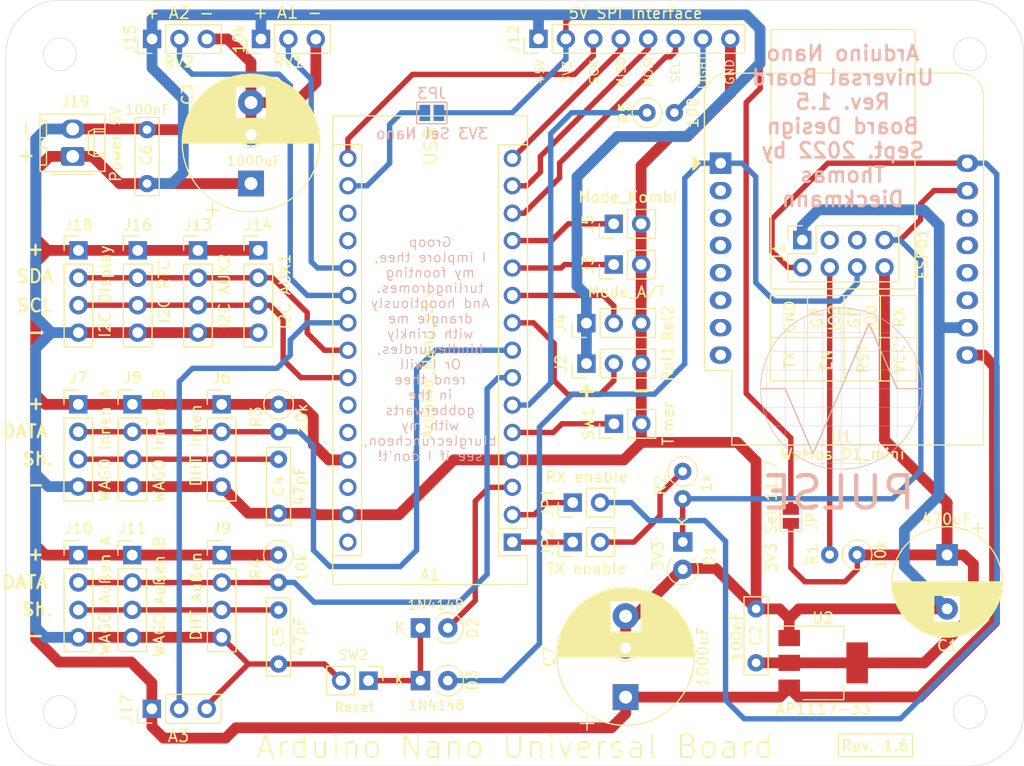
<source format=kicad_pcb>
(kicad_pcb (version 20211014) (generator pcbnew)
  (title_block (title "Taupunkt Lüfter II") (date "2022-09-04") (rev "1.6") (company "PULSE"))
  (layers (0 "F.Cu" signal) (31 "B.Cu" signal) (34 "B.Paste" user) (35 "F.Paste" user) (36 "B.SilkS" user "B.Silkscreen") (37 "F.SilkS" user "F.Silkscreen") (38 "B.Mask" user) (39 "F.Mask" user) (44 "Edge.Cuts" user))
  (net 0 "")
  (net 1 "Net-(A1-Pad1)")
  (net 2 "Net-(A1-Pad2)")
  (net 3 "Net-(A1-Pad5)")
  (net 4 "Net-(A1-Pad3)")
  (net 5 "Net-(A1-Pad7)")
  (net 6 "Net-(A1-Pad8)")
  (net 7 "Net-(A1-Pad9)")
  (net 8 "Net-(A1-Pad10)")
  (net 9 "Net-(A1-Pad11)")
  (net 10 "Net-(A1-Pad29)")
  (net 11 "Net-(A1-Pad6)")
  (net 12 "Net-(A1-Pad12)")
  (net 13 "Net-(A1-Pad13)")
  (net 16 "Net-(A1-Pad20)")
  (net 17 "Net-(A1-Pad21)")
  (net 18 "Net-(A1-Pad22)")
  (net 19 "Net-(A1-Pad23)")
  (net 20 "Net-(A1-Pad24)")
  (net 23 "Net-(A1-Pad27)")
  (net 25 "Net-(C4-Pad2)")
  (net 28 "Net-(JP2-Pad2)")
  (net 40 "Net-(J1-Pad2)")
  (net 41 "Net-(J1-Pad4)")
  (net 42 "Net-(A1-Pad14)")
  (net 43 "Net-(A1-Pad15)")
  (net 45 "Net-(A1-Pad16)")
  (net 46 "Net-(J1-Pad7)")
  (net 47 "Net-(A1-Pad17)")
  (net 48 "Net-(C1-Pad1)")
  (net 49 "Net-(C5-Pad2)")
  (net 50 "Net-(J12-Pad7)")
  (net 51 "Net-(J12-Pad2)")
  (net 52 "Net-(D2-Pad1)")
  (net 53 "Net-(D3-Pad2)")
  (footprint "Module:Arduino_Nano" (layer "F.Cu") (at 66.294 63.754 180)
    (fp_text reference "A1")
    (fp_text value "Arduino_Nano_v3.x")
  )
  (footprint "Connector_Molex:Molex_KK-254_AE-6410-02A_1x02_P2.54mm_Vertical" (layer "F.Cu") (at 25.55 28.01 90)
    (fp_text reference "J19")
    (fp_text value "Power 5V")
  )
  (footprint "Capacitor_THT:C_Rect_L7.0mm_W2.0mm_P5.00mm" (layer "F.Cu") (at 44.62 61.08 90)
    (fp_text reference "C4")
    (fp_text value "47pF")
  )
  (footprint "Capacitor_THT:CP_Radial_D12.5mm_P7.50mm" (layer "F.Cu") (at 76.79 78.12 90)
    (fp_text reference "C7")
    (fp_text value "1000uF")
  )
  (footprint "Connector_PinHeader_2.54mm:PinHeader_1x02_P2.54mm_Vertical" (layer "F.Cu") (at 71.885 63.75 90)
    (fp_text reference "JP2")
    (fp_text value "TX enable")
  )
  (footprint "Connector_PinHeader_2.54mm:PinHeader_1x02_P2.54mm_Vertical" (layer "F.Cu") (at 75.71 52.79 90)
    (fp_text reference "SW1")
    (fp_text value "Timer")
  )
  (footprint "Connector_PinSocket_2.54mm:PinSocket_2x04_P2.54mm_Vertical" (layer "F.Cu") (at 93.16 35.76 90)
    (fp_text reference "J1")
    (fp_text value "ESP01")
  )
  (footprint "Connector_PinHeader_2.54mm:PinHeader_1x03_P2.54mm_Vertical" (layer "F.Cu") (at 73.155 43.46 90)
    (fp_text reference "J4")
    (fp_text value "Rel2")
  )
  (footprint "Resistor_THT:R_Axial_DIN0207_L6.3mm_D2.5mm_P2.54mm_Vertical" (layer "F.Cu") (at 82.08 57.2 -90)
    (fp_text reference "R2")
    (fp_text value "1k")
  )
  (footprint "Resistor_THT:R_Axial_DIN0207_L6.3mm_D2.5mm_P2.54mm_Vertical" (layer "F.Cu") (at 44.61 64.95 -90)
    (fp_text reference "R4")
    (fp_text value "10k")
  )
  (footprint "Resistor_THT:R_Axial_DIN0207_L6.3mm_D2.5mm_P2.54mm_Vertical" (layer "F.Cu") (at 78.77 23.96)
    (fp_text reference "R5")
    (fp_text value "100")
  )
  (footprint "Diode_THT:D_A-405_P2.54mm_Vertical_KathodeUp" (layer "F.Cu") (at 57.775 76.59)
    (fp_text reference "D3")
    (fp_text value "1N4148")
  )
  (footprint "Capacitor_THT:C_Rect_L7.0mm_W2.0mm_P5.00mm" (layer "F.Cu") (at 32.44 30.53 90)
    (fp_text reference "C6")
    (fp_text value "100nF")
  )
  (footprint "Capacitor_THT:C_Rect_L7.0mm_W2.0mm_P5.00mm" (layer "F.Cu") (at 44.63 75.05 90)
    (fp_text reference "C5")
    (fp_text value "47pF")
  )
  (footprint "Connector_PinHeader_2.54mm:PinHeader_1x04_P2.54mm_Vertical" (layer "F.Cu") (at 26.08 64.96)
    (fp_text reference "J10")
    (fp_text value "WAGO Außen A")
  )
  (footprint "Connector_PinHeader_2.54mm:PinHeader_1x04_P2.54mm_Vertical" (layer "F.Cu") (at 39.36 64.96)
    (fp_text reference "J9")
    (fp_text value "DHT Außen")
  )
  (footprint "Capacitor_THT:CP_Radial_D10.0mm_P5.00mm" (layer "F.Cu") (at 106.58 64.94 -90)
    (fp_text reference "C1")
    (fp_text value "470uF")
  )
  (footprint "Connector_PinHeader_2.54mm:PinHeader_1x04_P2.54mm_Vertical" (layer "F.Cu") (at 37.162 36.72)
    (fp_text reference "J13")
    (fp_text value "I2C AUX2")
  )
  (footprint "Jumper:SolderJumper-2_P1.3mm_Open_Pad1.0x1.5mm" (layer "F.Cu") (at 92.1 61.37 90)
    (fp_text reference "JP4")
    (fp_text value "3V3 Sel 1117")
  )
  (footprint "Connector_PinHeader_2.54mm:PinHeader_1x02_P2.54mm_Vertical" (layer "F.Cu") (at 71.885 60.09 90)
    (fp_text reference "JP1")
    (fp_text value "RX enable")
  )
  (footprint "Connector_PinHeader_2.54mm:PinHeader_1x02_P2.54mm_Vertical" (layer "F.Cu") (at 52.96 76.59 -90)
    (fp_text reference "SW2")
    (fp_text value "Reset")
  )
  (footprint "TestPoint:TestPoint_THTPad_D2.0mm_Drill1.0mm" (layer "F.Cu") (at 42.08 25.98)
    (fp_text reference "REF**" hide)
    (fp_text value "TestPoint_THTPad_D2.0mm_Drill1.0mm" hide)
  )
  (footprint "Package_TO_SOT_SMD:SOT-223-3_TabPin2" (layer "F.Cu") (at 95.098 74.944)
    (fp_text reference "U2")
    (fp_text value "AP1117-33")
  )
  (footprint "Connector_PinHeader_2.54mm:PinHeader_1x08_P2.54mm_Vertical" (layer "F.Cu") (at 68.715 17.12 90)
    (fp_text reference "J12")
    (fp_text value "5V SPI Interface")
  )
  (footprint "Connector_PinHeader_2.54mm:PinHeader_1x04_P2.54mm_Vertical" (layer "F.Cu") (at 39.35 50.99)
    (fp_text reference "J6")
    (fp_text value "DHT Innen")
  )
  (footprint "Connector_PinHeader_2.54mm:PinHeader_1x04_P2.54mm_Vertical" (layer "F.Cu") (at 42.75 36.72)
    (fp_text reference "J14")
    (fp_text value "I2C AUX1")
  )
  (footprint "Connector_PinHeader_2.54mm:PinHeader_1x04_P2.54mm_Vertical" (layer "F.Cu") (at 31.09 50.99)
    (fp_text reference "J8")
    (fp_text value "WAGO Innen B")
  )
  (footprint "Diode_THT:D_A-405_P2.54mm_Vertical_KathodeUp" (layer "F.Cu") (at 57.775 71.71)
    (fp_text reference "D2")
    (fp_text value "1N4148")
  )
  (footprint "TestPoint:TestPoint_THTPad_D2.0mm_Drill1.0mm" (layer "F.Cu") (at 76.78 73.56)
    (fp_text reference "REF**" hide)
    (fp_text value "TestPoint_THTPad_D2.0mm_Drill1.0mm" hide)
  )
  (footprint "" (layer "F.Cu") (at 42.09 25.98)
    (fp_text reference "")
    (fp_text value "")
  )
  (footprint "Diode_THT:D_A-405_P2.54mm_Vertical_KathodeUp" (layer "F.Cu") (at 82.09 63.74 -90)
    (fp_text reference "D1")
    (fp_text value "3V3")
  )
  (footprint "Capacitor_THT:CP_Radial_D12.5mm_P7.50mm" (layer "F.Cu") (at 42.07 30.523959 90)
    (fp_text reference "C3")
    (fp_text value "1000uF")
  )
  (footprint "Connector_PinHeader_2.54mm:PinHeader_1x04_P2.54mm_Vertical" (layer "F.Cu") (at 26.084 36.72)
    (fp_text reference "J18")
    (fp_text value "I2C Display")
  )
  (footprint "Connector_PinHeader_2.54mm:PinHeader_1x02_P2.54mm_Vertical" (layer "F.Cu") (at 75.685 38.03 90)
    (fp_text reference "J3")
    (fp_text value "Mode_A/T")
  )
  (footprint "Connector_PinHeader_2.54mm:PinHeader_1x04_P2.54mm_Vertical" (layer "F.Cu") (at 26.07 50.99)
    (fp_text reference "J7")
    (fp_text value "WAGO Innen A")
  )
  (footprint "Module:WEMOS_D1_mini_light" (layer "F.Cu") (at 85.59 28.64)
    (fp_text reference "U1")
    (fp_text value "WeMos_D1_mini")
  )
  (footprint "Connector_PinHeader_2.54mm:PinHeader_1x03_P2.54mm_Vertical" (layer "F.Cu") (at 32.885 79.2 90)
    (fp_text reference "J17")
    (fp_text value "A3")
  )
  (footprint "Connector_PinHeader_2.54mm:PinHeader_1x02_P2.54mm_Vertical" (layer "F.Cu") (at 75.685 34.26 90)
    (fp_text reference "J5")
    (fp_text value "Mode_Kombi")
  )
  (footprint "Resistor_THT:R_Axial_DIN0207_L6.3mm_D2.5mm_P2.54mm_Vertical" (layer "F.Cu") (at 98.24 64.92 180)
    (fp_text reference "R1")
    (fp_text value "10k")
  )
  (footprint "Connector_PinHeader_2.54mm:PinHeader_1x03_P2.54mm_Vertical" (layer "F.Cu") (at 73.16 47.21 90)
    (fp_text reference "J2")
    (fp_text value "Rel1")
  )
  (footprint "Connector_PinHeader_2.54mm:PinHeader_1x04_P2.54mm_Vertical" (layer "F.Cu") (at 31.574 36.72)
    (fp_text reference "J16")
    (fp_text value "I2C RTC")
  )
  (footprint "Connector_PinHeader_2.54mm:PinHeader_1x03_P2.54mm_Vertical" (layer "F.Cu") (at 43 17.13 90)
    (fp_text reference "RV1")
    (fp_text value "10k")
  )
  (footprint "Connector_PinHeader_2.54mm:PinHeader_1x03_P2.54mm_Vertical" (layer "F.Cu") (at 32.905 17.13 90)
    (fp_text reference "J15")
    (fp_text value "+ A2 -")
  )
  (footprint "Capacitor_THT:C_Rect_L7.0mm_W2.0mm_P5.00mm" (layer "F.Cu") (at 88.88 69.94 -90)
    (fp_text reference "C2")
    (fp_text value "100nF")
  )
  (footprint "Connector_PinHeader_2.54mm:PinHeader_1x04_P2.54mm_Vertical" (layer "F.Cu") (at 31.07 64.956)
    (fp_text reference "J11")
    (fp_text value "WAGO Außen B")
  )
  (footprint "Resistor_THT:R_Axial_DIN0207_L6.3mm_D2.5mm_P2.54mm_Vertical" (layer "F.Cu") (at 44.63 50.985 -90)
    (fp_text reference "R3")
    (fp_text value "10k")
  )
  (footprint "Logos:PULSE_Logo_15x15mm" (layer "B.Cu") (at 96.774 49.53 180)
    (fp_text reference "G***" hide)
    (fp_text value "LOGO" hide)
  )
  (footprint "Jumper:SolderJumper-2_P1.3mm_Open_Pad1.0x1.5mm" (layer "B.Cu") (at 58.83 23.98 180)
    (fp_text reference "JP3")
    (fp_text value "3V3 Sel Nano")
  )
  (gr_rect (start 96.52 81.53) (end 103.37 83.65) (layer "F.SilkS") (width 0.12) (fill none))
  (gr_rect (start 90.22 40.91) (end 103.76 48.82) (layer "F.SilkS") (width 0.12) (fill none))
  (gr_line (start 90.23 44.8) (end 103.76 44.8) (layer "F.SilkS") (width 0.12))
  (gr_line (start 97.03 40.92) (end 97.04 48.81) (layer "F.SilkS") (width 0.12))
  (gr_rect (start 103.61 40.295) (end 90.26 16.245) (layer "F.SilkS") (width 0.12) (fill none))
  (gr_line (start 93.65 40.92) (end 93.65 48.82) (layer "F.SilkS") (width 0.12))
  (gr_line (start 100.4 40.92) (end 100.4 48.82) (layer "F.SilkS") (width 0.12))
  (gr_circle (center 108.683 18.542) (end 108.683 20.066) (layer "Edge.Cuts") (width 0.05) (fill none))
  (gr_arc (start 108.683 13.542) (mid 112.218534 15.006466) (end 113.683 18.542) (layer "Edge.Cuts") (width 0.05))
  (gr_circle (center 24.355 79.502) (end 24.355 81.026) (layer "Edge.Cuts") (width 0.05) (fill none))
  (gr_line (start 19.355 18.542) (end 19.355 79.502) (layer "Edge.Cuts") (width 0.05))
  (gr_arc (start 24.355 84.502) (mid 20.819466 83.037534) (end 19.355 79.502) (layer "Edge.Cuts") (width 0.05))
  (gr_circle (center 24.355 18.542) (end 24.355 20.066) (layer "Edge.Cuts") (width 0.05) (fill none))
  (gr_line (start 24.355 84.502) (end 108.683 84.502) (layer "Edge.Cuts") (width 0.05))
  (gr_line (start 24.355 13.542) (end 108.683 13.542) (layer "Edge.Cuts") (width 0.05))
  (gr_line (start 113.683 18.542) (end 113.683 79.502) (layer "Edge.Cuts") (width 0.05))
  (gr_arc (start 19.355 18.542) (mid 20.819466 15.006466) (end 24.355 13.542) (layer "Edge.Cuts") (width 0.05))
  (gr_arc (start 113.683 79.502) (mid 112.218534 83.037534) (end 108.683 84.502) (layer "Edge.Cuts") (width 0.05))
  (gr_circle (center 108.683 79.502) (end 108.683 81.026) (layer "Edge.Cuts") (width 0.05) (fill none))
  (gr_text "PULSE" (at 96.52 59.182) (layer "B.SilkS") (effects (font (size 3 3) (thickness 0.4)) (justify mirror)))
  (gr_text "Groop\nI implore thee,\nmy foonting\nturlingdromes.\nAnd hooptiously\ndrangle me\nwith crinkly\nbindlewurdles,\nOr I will\nrend thee\nin the\ngobberwarts\nwith my\nblurglecruncheon,\nsee if I don't!" (at 58.68 45.87) (layer "B.SilkS") (effects (font (size 0.88 0.92) (thickness 0.1)) (justify mirror)))
  (gr_text "Arduino Nano\nUniversal Board\nRev. 1.5\nBoard Design\nSept. 2022 by\nThomas\nDieckmann" (at 96.91 25.21) (layer "B.SilkS") (effects (font (size 1.4 1.4) (thickness 0.25)) (justify mirror)))
  (gr_text "RX" (at 102.14 42.91 90) (layer "F.SilkS") (effects (font (size 1 1))))
  (gr_text "+" (at 73.18 49.68) (layer "F.SilkS") (effects (font (size 1.5 1.5) (thickness 0.3))))
  (gr_text "- +" (at 21.34 26.72 270) (layer "F.SilkS") (effects (font (size 1.25 1.25) (thickness 0.22))))
  (gr_text "+" (at 22.19 36.66 270) (layer "F.SilkS") (effects (font (size 1.2 1.2) (thickness 0.22))))
  (gr_text "-" (at 22.12 72.55 180) (layer "F.SilkS") (effects (font (size 1.2 1.2) (thickness 0.22))))
  (gr_text "Sh." (at 22.27 70.01) (layer "F.SilkS") (effects (font (size 1.2 1.2) (thickness 0.22))))
  (gr_text "+5V\n\n3V3\n\nSCK\n\nMISO\n\nMOSI\n\nSEL\n\nLIGHT\n\nGND" (at 77.65 20.19 90) (layer "F.SilkS") (effects (font (size 0.78 0.78) (thickness 0.11))))
  (gr_text "Arduino Nano Universal Board" (at 66.52 82.71) (layer "F.SilkS") (effects (font (size 2.1 2.1))))
  (gr_text "SCL" (at 22.04 41.83) (layer "F.SilkS") (effects (font (size 1.2 1.2) (thickness 0.2))))
  (gr_text "SDA" (at 22.04 39.12) (layer "F.SilkS") (effects (font (size 1.2 1.2) (thickness 0.2))))
  (gr_text "TX" (at 92.01 46.87 90) (layer "F.SilkS") (effects (font (size 1 1))))
  (gr_text "-" (at 78.26 49.62) (layer "F.SilkS") (effects (font (size 1.5 1.5) (thickness 0.3))))
  (gr_text "EN" (at 95.43 46.88 90) (layer "F.SilkS") (effects (font (size 1 1))))
  (gr_text "DATA	\n" (at 23.68 67.47) (layer "F.SilkS") (effects (font (size 1.2 1.2) (thickness 0.22))))
  (gr_text "GND" (at 91.98 42.87 90) (layer "F.SilkS") (effects (font (size 1 1))))
  (gr_text "+" (at 22.23 50.96 270) (layer "F.SilkS") (effects (font (size 1.2 1.2) (thickness 0.22))))
  (gr_text "RV2\n\n" (at 35.4 20.06) (layer "F.SilkS") (effects (font (size 1 1))))
  (gr_text "Rev. 1.6" (at 99.9 82.62) (layer "F.SilkS") (effects (font (size 1 1))))
  (gr_text "RST" (at 98.78 46.78 90) (layer "F.SilkS") (effects (font (size 1 1))))
  (gr_text "GP\nIO2" (at 95.33 42.97 90) (layer "F.SilkS") (effects (font (size 1 1))))
  (gr_text "VCC" (at 102.14 46.71 90) (layer "F.SilkS") (effects (font (size 1 1))))
  (gr_text "-" (at 22.15 44.45 180) (layer "F.SilkS") (effects (font (size 1.2 1.2) (thickness 0.22))))
  (gr_text "-" (at 22.15 58.58 180) (layer "F.SilkS") (effects (font (size 1.2 1.2) (thickness 0.22))))
  (gr_text "DATA	\n" (at 23.71 53.5) (layer "F.SilkS") (effects (font (size 1.2 1.2) (thickness 0.22))))
  (gr_text "USB" (at 58.74 27.06 90) (layer "F.SilkS") (effects (font (size 1.2 1.2))))
  (gr_text "GP\nIO0" (at 98.75 42.96 90) (layer "F.SilkS") (effects (font (size 1 1))))
  (gr_text "+ A1 -" (at 45.47 14.68) (layer "F.SilkS") (effects (font (size 1.1 1.1))))
  (gr_text "+" (at 22.2 64.93 270) (layer "F.SilkS") (effects (font (size 1.2 1.2) (thickness 0.22))))
  (gr_text "Sh." (at 22.3 56.04) (layer "F.SilkS") (effects (font (size 1.2 1.2) (thickness 0.22))))
  (segment (start 66.294 63.754) (end 71.881 63.754) (width 0.5) (layer "F.Cu") (net 1))
  (segment (start 71.881 63.754) (end 71.885 63.75) (width 0.25) (layer "F.Cu") (net 1))
  (segment (start 69.46 60.09) (end 71.885 60.09) (width 0.5) (layer "F.Cu") (net 2))
  (segment (start 68.336 61.214) (end 69.46 60.09) (width 0.5) (layer "F.Cu") (net 2))
  (segment (start 66.294 61.214) (end 68.336 61.214) (width 0.5) (layer "F.Cu") (net 2))
  (segment (start 66.294 53.594) (end 70.086 53.594) (width 0.5) (layer "F.Cu") (net 3))
  (segment (start 70.89 52.79) (end 75.71 52.79) (width 0.5) (layer "F.Cu") (net 3))
  (segment (start 70.086 53.594) (end 70.89 52.79) (width 0.5) (layer "F.Cu") (net 3))
  (segment (start 62.855 69.17) (end 60.315 71.71) (width 0.5) (layer "F.Cu") (net 4))
  (segment (start 64.136 58.674) (end 62.855 59.955) (width 0.5) (layer "F.Cu") (net 4))
  (segment (start 66.294 58.674) (end 64.136 58.674) (width 0.5) (layer "F.Cu") (net 4))
  (segment (start 62.855 59.955) (end 62.855 69.17) (width 0.5) (layer "F.Cu") (net 4))
  (segment (start 31.066 67.5) (end 31.07 67.496) (width 0.25) (layer "F.Cu") (net 5))
  (segment (start 44.6 67.5) (end 44.61 67.49) (width 0.25) (layer "F.Cu") (net 5))
  (segment (start 26.08 67.5) (end 31.066 67.5) (width 0.5) (layer "F.Cu") (net 5))
  (segment (start 31.066 67.5) (end 39.36 67.5) (width 0.5) (layer "F.Cu") (net 5))
  (segment (start 39.36 67.5) (end 44.6 67.5) (width 0.5) (layer "F.Cu") (net 5))
  (segment (start 61.37 69.32) (end 47.92 69.32) (width 0.5) (layer "B.Cu") (net 5))
  (segment (start 63.95 49.56) (end 63.95 66.74) (width 0.5) (layer "B.Cu") (net 5))
  (segment (start 63.95 66.74) (end 61.37 69.32) (width 0.5) (layer "B.Cu") (net 5))
  (segment (start 64.996 48.514) (end 63.95 49.56) (width 0.5) (layer "B.Cu") (net 5))
  (segment (start 47.92 69.32) (end 46.09 67.49) (width 0.5) (layer "B.Cu") (net 5))
  (segment (start 66.294 48.514) (end 64.996 48.514) (width 0.5) (layer "B.Cu") (net 5))
  (segment (start 46.09 67.49) (end 44.61 67.49) (width 0.5) (layer "B.Cu") (net 5))
  (segment (start 31.09 53.53) (end 39.35 53.53) (width 0.5) (layer "F.Cu") (net 6))
  (segment (start 39.35 53.53) (end 44.625 53.53) (width 0.5) (layer "F.Cu") (net 6))
  (segment (start 26.07 53.53) (end 31.09 53.53) (width 0.5) (layer "F.Cu") (net 6))
  (segment (start 44.625 53.53) (end 44.63 53.525) (width 0.5) (layer "F.Cu") (net 6))
  (segment (start 46.545 53.525) (end 47.86 54.84) (width 0.5) (layer "B.Cu") (net 6))
  (segment (start 47.86 54.84) (end 47.86 64.5) (width 0.5) (layer "B.Cu") (net 6))
  (segment (start 49.38 66.02) (end 55.9 66.02) (width 0.5) (layer "B.Cu") (net 6))
  (segment (start 57.42 47.75) (end 59.196 45.974) (width 0.5) (layer "B.Cu") (net 6))
  (segment (start 44.63 53.525) (end 46.545 53.525) (width 0.5) (layer "B.Cu") (net 6))
  (segment (start 55.9 66.02) (end 57.42 64.5) (width 0.5) (layer "B.Cu") (net 6))
  (segment (start 47.86 64.5) (end 49.38 66.02) (width 0.5) (layer "B.Cu") (net 6))
  (segment (start 57.42 64.5) (end 57.42 47.75) (width 0.5) (layer "B.Cu") (net 6))
  (segment (start 59.196 45.974) (end 66.294 45.974) (width 0.5) (layer "B.Cu") (net 6))
  (segment (start 68.254 43.434) (end 70.17 45.35) (width 0.5) (layer "F.Cu") (net 7))
  (segment (start 71.44 50.07) (end 70.17 48.8) (width 0.5) (layer "F.Cu") (net 7))
  (segment (start 66.294 43.434) (end 68.254 43.434) (width 0.5) (layer "F.Cu") (net 7))
  (segment (start 70.17 48.8) (end 70.17 45.35) (width 0.5) (layer "F.Cu") (net 7))
  (segment (start 75.7 47.21) (end 75.7 48.79) (width 0.5) (layer "F.Cu") (net 7))
  (segment (start 75.7 48.79) (end 74.42 50.07) (width 0.5) (layer "F.Cu") (net 7))
  (segment (start 74.42 50.07) (end 71.44 50.07) (width 0.5) (layer "F.Cu") (net 7))
  (segment (start 75.7 41.87) (end 75.695 41.875) (width 0.25) (layer "F.Cu") (net 8))
  (segment (start 74.724 40.894) (end 75.7 41.87) (width 0.5) (layer "F.Cu") (net 8))
  (segment (start 66.294 40.894) (end 74.724 40.894) (width 0.5) (layer "F.Cu") (net 8))
  (segment (start 75.695 41.875) (end 75.695 43.46) (width 0.5) (layer "F.Cu") (net 8))
  (segment (start 66.294 38.354) (end 70.816 38.354) (width 0.5) (layer "F.Cu") (net 9))
  (segment (start 70.816 38.354) (end 71.14 38.03) (width 0.5) (layer "F.Cu") (net 9))
  (segment (start 71.14 38.03) (end 75.685 38.03) (width 0.5) (layer "F.Cu") (net 9))
  (segment (start 42.07 25.96) (end 42.09 25.98) (width 1) (layer "F.Cu") (net 10))
  (segment (start 31.07 72.576) (end 39.356 72.576) (width 1) (layer "F.Cu") (net 10))
  (segment (start 25.55 25.47) (end 32.38 25.47) (width 1) (layer "F.Cu") (net 10))
  (segment (start 60.866 56.134) (end 66.294 56.134) (width 1) (layer "F.Cu") (net 10))
  (segment (start 39.9 17.13) (end 42.07 19.3) (width 1) (layer "F.Cu") (net 10))
  (segment (start 26.07 58.61) (end 31.09 58.61) (width 1) (layer "F.Cu") (net 10))
  (segment (start 85.135 66.195) (end 88.88 69.94) (width 1) (layer "F.Cu") (net 10))
  (segment (start 55.786 61.214) (end 60.866 56.134) (width 1) (layer "F.Cu") (net 10))
  (segment (start 48.08 21.19) (end 48.08 17.13) (width 1) (layer "F.Cu") (net 10))
  (segment (start 78.235 43.46) (end 78.235 47.205) (width 1) (layer "F.Cu") (net 10))
  (segment (start 36.87 25.53) (end 37.32 25.98) (width 1) (layer "F.Cu") (net 10))
  (segment (start 41.83 75.05) (end 37.965 78.915) (width 0.5) (layer "F.Cu") (net 10))
  (segment (start 41.973959 23.02) (end 42.08 22.913959) (width 1) (layer "F.Cu") (net 10))
  (segment (start 77.645 70.62) (end 76.79 70.62) (width 1) (layer "F.Cu") (net 10))
  (segment (start 86.54 22.13) (end 86.495 22.085) (width 1) (layer "F.Cu") (net 10))
  (segment (start 82.07 66.195) (end 85.135 66.195) (width 1) (layer "F.Cu") (net 10))
  (segment (start 39.36 72.58) (end 41.83 75.05) (width 0.5) (layer "F.Cu") (net 10))
  (segment (start 42.07 23.023959) (end 46.246041 23.023959) (width 1) (layer "F.Cu") (net 10))
  (segment (start 31.574 44.34) (end 37.162 44.34) (width 1) (layer "F.Cu") (net 10))
  (segment (start 91.05 69.94) (end 91.95 70.84) (width 1) (layer "F.Cu") (net 10))
  (segment (start 46.246041 23.023959) (end 48.08 21.19) (width 1) (layer "F.Cu") (net 10))
  (segment (start 47.902 61.08) (end 48.036 61.214) (width 1) (layer "F.Cu") (net 10))
  (segment (start 92.85 69.94) (end 91.95 70.84) (width 1) (layer "F.Cu") (net 10))
  (segment (start 76.79 70.62) (end 76.79 73.56) (width 1) (layer "F.Cu") (net 10))
  (segment (start 76.626 56.134) (end 78.25 54.51) (width 1) (layer "F.Cu") (net 10))
  (segment (start 31.066 72.58) (end 31.07 72.576) (width 0.25) (layer "F.Cu") (net 10))
  (segment (start 88.88 69.94) (end 91.05 69.94) (width 1) (layer "F.Cu") (net 10))
  (segment (start 78.225 43.45) (end 78.235 43.46) (width 0.25) (layer "F.Cu") (net 10))
  (segment (start 82.51 26.16) (end 86.54 22.13) (width 1) (layer "F.Cu") (net 10))
  (segment (start 32.38 25.47) (end 32.44 25.53) (width 1) (layer "F.Cu") (net 10))
  (segment (start 78.225 38.03) (end 78.225 43.45) (width 1) (layer "F.Cu") (net 10))
  (segment (start 66.294 56.134) (end 76.626 56.134) (width 1) (layer "F.Cu") (net 10))
  (segment (start 44.63 75.05) (end 48.88 75.05) (width 0.5) (layer "F.Cu") (net 10))
  (segment (start 26.08 72.58) (end 31.066 72.58) (width 1) (layer "F.Cu") (net 10))
  (segment (start 86.495 22.085) (end 86.495 17.12) (width 1) (layer "F.Cu") (net 10))
  (segment (start 78.25 54.51) (end 78.25 52.79) (width 1) (layer "F.Cu") (net 10))
  (segment (start 82.07 66.195) (end 77.645 70.62) (width 1) (layer "F.Cu") (net 10))
  (segment (start 78.225 34.26) (end 78.225 28.875) (width 1) (layer "F.Cu") (net 10))
  (segment (start 106.58 69.94) (end 92.85 69.94) (width 1) (layer "F.Cu") (net 10))
  (segment (start 78.225 28.875) (end 80.94 26.16) (width 1) (layer "F.Cu") (net 10))
  (segment (start 42.07 19.3) (end 42.07 23.023959) (width 1) (layer "F.Cu") (net 10))
  (segment (start 42.07 23.023959) (end 42.07 25.96) (width 1) (layer "F.Cu") (net 10))
  (segment (start 78.25 54.51) (end 87.13 54.51) (width 1) (layer "F.Cu") (net 10))
  (segment (start 31.09 58.61) (end 39.35 58.61) (width 1) (layer "F.Cu") (net 10))
  (segment (start 37.965 78.915) (end 37.965 79.2) (width 1) (layer "F.Cu") (net 10))
  (segment (start 39.356 72.576) (end 39.36 72.58) (width 0.25) (layer "F.Cu") (net 10))
  (segment (start 88.88 56.26) (end 88.88 69.94) (width 1) (layer "F.Cu") (net 10))
  (segment (start 37.162 44.34) (end 42.75 44.34) (width 1) (layer "F.Cu") (net 10))
  (segment (start 32.44 25.53) (end 36.87 25.53) (width 1) (layer "F.Cu") (net 10))
  (segment (start 44.62 61.08) (end 47.902 61.08) (width 1) (layer "F.Cu") (net 10))
  (segment (start 37.985 17.13) (end 39.9 17.13) (width 1) (layer "F.Cu") (net 10))
  (segment (start 37.32 25.98) (end 42.09 25.98) (width 1) (layer "F.Cu") (net 10))
  (segment (start 41.83 75.05) (end 44.63 75.05) (width 0.5) (layer "F.Cu") (net 10))
  (segment (start 87.13 54.51) (end 88.88 56.26) (width 1) (layer "F.Cu") (net 10))
  (segment (start 39.35 58.61) (end 41.82 61.08) (width 1) (layer "F.Cu") (net 10))
  (segment (start 91.948 70.842) (end 91.948 72.644) (width 1) (layer "F.Cu") (net 10))
  (segment (start 80.94 26.16) (end 82.51 26.16) (width 1) (layer "F.Cu") (net 10))
  (segment (start 51.054 61.214) (end 55.786 61.214) (width 1) (layer "F.Cu") (net 10))
  (segment (start 41.82 61.08) (end 44.62 61.08) (width 1) (layer "F.Cu") (net 10))
  (segment (start 48.88 75.05) (end 50.42 76.59) (width 0.5) (layer "F.Cu") (net 10))
  (segment (start 47.986 61.214) (end 51.054 61.214) (width 1) (layer "F.Cu") (net 10))
  (segment (start 26.084 44.34) (end 31.574 44.34) (width 1) (layer "F.Cu") (net 10))
  (segment (start 78.24 47.21) (end 78.24 52.78) (width 1) (layer "F.Cu") (net 10))
  (segment (start 78.225 34.26) (end 78.225 38.03) (width 1) (layer "F.Cu") (net 10))
  (segment (start 78.24 52.78) (end 78.25 52.79) (width 0.25) (layer "F.Cu") (net 10))
  (segment (start 105.85 43.55) (end 105.85 59.39) (width 1) (layer "B.Cu") (net 10))
  (segment (start 22.12 26.41) (end 23.06 25.47) (width 1) (layer "B.Cu") (net 10))
  (segment (start 23.29 58.61) (end 26.07 58.61) (width 1) (layer "B.Cu") (net 10))
  (segment (start 104.4 32.96) (end 94.65 32.96) (width 1) (layer "B.Cu") (net 10))
  (segment (start 23.58 44.34) (end 22.12 42.88) (width 1) (layer "B.Cu") (net 10))
  (segment (start 94.65 32.96) (end 93.16 34.45) (width 1) (layer "B.Cu") (net 10))
  (segment (start 22.12 42.88) (end 22.12 26.41) (width 1) (layer "B.Cu") (net 10))
  (segment (start 102.62 62.64) (end 102.62 65.98) (width 1) (layer "B.Cu") (net 10))
  (segment (start 22.11 71.67) (end 23.02 72.58) (width 1) (layer "B.Cu") (net 10))
  (segment (start 22.11 45.81) (end 22.11 57.43) (width 1) (layer "B.Cu") (net 10))
  (segment (start 105.85 59.39) (end 105.86 59.4) (width 1) (layer "B.Cu") (net 10))
  (segment (start 105.86 59.4) (end 102.62 62.64) (width 1) (layer "B.Cu") (net 10))
  (segment (start 105.85 34.41) (end 104.4 32.96) (width 1) (layer "B.Cu") (net 10))
  (segment (start 106.18 43.88) (end 105.85 43.55) (width 0.25) (layer "B.Cu") (net 10))
  (segment (start 23.06 25.47) (end 25.55 25.47) (width 1) (layer "B.Cu") (net 10))
  (segment (start 26.084 44.34) (end 23.58 44.34) (width 1) (layer "B.Cu") (net 10))
  (segment (start 105.85 34.41) (end 105.85 43.55) (width 1) (layer "B.Cu") (net 10))
  (segment (start 108.45 43.88) (end 106.18 43.88) (width 1) (layer "B.Cu") (net 10))
  (segment (start 93.16 34.45) (end 93.16 35.76) (width 1) (layer "B.Cu") (net 10))
  (segment (start 22.11 57.43) (end 22.11 71.67) (width 1) (layer "B.Cu") (net 10))
  (segment (start 102.62 65.98) (end 106.58 69.94) (width 1) (layer "B.Cu") (net 10))
  (segment (start 23.58 44.34) (end 22.11 45.81) (width 1) (layer "B.Cu") (net 10))
  (segment (start 23.02 72.58) (end 26.08 72.58) (width 1) (layer "B.Cu") (net 10))
  (segment (start 22.11 57.43) (end 23.29 58.61) (width 1) (layer "B.Cu") (net 10))
  (segment (start 69.85 49) (end 69.85 25.9) (width 0.5) (layer "B.Cu") (net 11))
  (segment (start 69.85 49) (end 67.796 51.054) (width 0.5) (layer "B.Cu") (net 11))
  (segment (start 67.796 51.054) (end 66.294 51.054) (width 0.5) (layer "B.Cu") (net 11))
  (segment (start 69.85 25.9) (end 71.79 23.96) (width 0.5) (layer "B.Cu") (net 11))
  (segment (start 71.79 23.96) (end 78.77 23.96) (width 0.5) (layer "B.Cu") (net 11))
  (segment (start 71.48 34.26) (end 75.685 34.26) (width 0.5) (layer "F.Cu") (net 12))
  (segment (start 69.926 35.814) (end 71.48 34.26) (width 0.5) (layer "F.Cu") (net 12))
  (segment (start 66.294 35.814) (end 69.926 35.814) (width 0.5) (layer "F.Cu") (net 12))
  (segment (start 70.67 28.63) (end 80.51 18.79) (width 0.5) (layer "F.Cu") (net 13))
  (segment (start 80.51 18.79) (end 80.93 18.79) (width 0.5) (layer "F.Cu") (net 13))
  (segment (start 70.67 29.99) (end 70.67 28.63) (width 0.5) (layer "F.Cu") (net 13))
  (segment (start 67.386 33.274) (end 70.67 29.99) (width 0.5) (layer "F.Cu") (net 13))
  (segment (start 81.415 18.305) (end 81.415 17.12) (width 0.5) (layer "F.Cu") (net 13))
  (segment (start 66.294 33.274) (end 67.386 33.274) (width 0.5) (layer "F.Cu") (net 13))
  (segment (start 80.93 18.79) (end 81.415 18.305) (width 0.5) (layer "F.Cu") (net 13))
  (segment (start 47.65 37.76) (end 47.65 20.85) (width 0.5) (layer "B.Cu") (net 16))
  (segment (start 45.54 18.74) (end 45.54 17.13) (width 0.5) (layer "B.Cu") (net 16))
  (segment (start 51.054 38.354) (end 48.244 38.354) (width 0.5) (layer "B.Cu") (net 16))
  (segment (start 48.244 38.354) (end 47.65 37.76) (width 0.5) (layer "B.Cu") (net 16))
  (segment (start 47.65 20.85) (end 45.54 18.74) (width 0.5) (layer "B.Cu") (net 16))
  (segment (start 35.445 19.215) (end 35.445 17.13) (width 0.5) (layer "B.Cu") (net 17))
  (segment (start 45.71 21.45) (end 44.65 20.39) (width 0.5) (layer "B.Cu") (net 17))
  (segment (start 51.054 40.894) (end 47.294 40.894) (width 0.5) (layer "B.Cu") (net 17))
  (segment (start 47.294 40.894) (end 45.71 39.31) (width 0.5) (layer "B.Cu") (net 17))
  (segment (start 36.62 20.39) (end 35.445 19.215) (width 0.5) (layer "B.Cu") (net 17))
  (segment (start 44.65 20.39) (end 36.62 20.39) (width 0.5) (layer "B.Cu") (net 17))
  (segment (start 45.71 39.31) (end 45.71 21.45) (width 0.5) (layer "B.Cu") (net 17))
  (segment (start 45.71 46.43) (end 44.49 47.65) (width 0.5) (layer "B.Cu") (net 18))
  (segment (start 47.296 43.434) (end 51.054 43.434) (width 0.5) (layer "B.Cu") (net 18))
  (segment (start 47.296 43.434) (end 45.71 45.02) (width 0.5) (layer "B.Cu") (net 18))
  (segment (start 44.49 47.65) (end 36.65 47.65) (width 0.5) (layer "B.Cu") (net 18))
  (segment (start 36.65 47.65) (end 35.425 48.875) (width 0.5) (layer "B.Cu") (net 18))
  (segment (start 45.71 45.02) (end 45.71 46.43) (width 0.5) (layer "B.Cu") (net 18))
  (segment (start 35.425 48.875) (end 35.425 79.2) (width 0.5) (layer "B.Cu") (net 18))
  (segment (start 44.05 39.26) (end 47.28 42.49) (width 0.5) (layer "F.Cu") (net 19))
  (segment (start 42.75 39.26) (end 44.05 39.26) (width 0.5) (layer "F.Cu") (net 19))
  (segment (start 48.874 45.974) (end 51.054 45.974) (width 0.5) (layer "F.Cu") (net 19))
  (segment (start 26.084 39.26) (end 31.574 39.26) (width 0.5) (layer "F.Cu") (net 19))
  (segment (start 47.28 42.49) (end 47.28 44.38) (width 0.5) (layer "F.Cu") (net 19))
  (segment (start 47.28 44.38) (end 48.874 45.974) (width 0.5) (layer "F.Cu") (net 19))
  (segment (start 37.162 39.26) (end 42.75 39.26) (width 0.5) (layer "F.Cu") (net 19))
  (segment (start 31.574 39.26) (end 37.162 39.26) (width 0.5) (layer "F.Cu") (net 19))
  (segment (start 45.05 43.05) (end 45.05 46.86) (width 0.5) (layer "F.Cu") (net 20))
  (segment (start 37.162 41.8) (end 42.75 41.8) (width 0.5) (layer "F.Cu") (net 20))
  (segment (start 43.8 41.8) (end 45.05 43.05) (width 0.5) (layer "F.Cu") (net 20))
  (segment (start 45.05 46.86) (end 46.704 48.514) (width 0.5) (layer "F.Cu") (net 20))
  (segment (start 46.704 48.514) (end 51.054 48.514) (width 0.5) (layer "F.Cu") (net 20))
  (segment (start 26.084 41.8) (end 31.574 41.8) (width 0.5) (layer "F.Cu") (net 20))
  (segment (start 42.75 41.8) (end 43.8 41.8) (width 0.5) (layer "F.Cu") (net 20))
  (segment (start 31.574 41.8) (end 37.162 41.8) (width 0.5) (layer "F.Cu") (net 20))
  (segment (start 42.063959 30.53) (end 42.07 30.523959) (width 1) (layer "F.Cu") (net 23))
  (segment (start 22.12 50.1) (end 22.12 37.82) (width 1) (layer "F.Cu") (net 23))
  (segment (start 49.284 56.134) (end 51.054 56.134) (width 1) (layer "F.Cu") (net 23))
  (segment (start 32.885 76.795) (end 30.96 74.87) (width 1) (layer "F.Cu") (net 23))
  (segment (start 31.07 64.956) (end 39.356 64.956) (width 1) (layer "F.Cu") (net 23))
  (segment (start 39.356 64.956) (end 39.36 64.96) (width 1) (layer "F.Cu") (net 23))
  (segment (start 92.8 78.11) (end 91.948 77.258) (width 1) (layer "F.Cu") (net 23))
  (segment (start 76.79 78.12) (end 91.072 78.12) (width 1) (layer "F.Cu") (net 23))
  (segment (start 26.08 64.96) (end 31.066 64.96) (width 1) (layer "F.Cu") (net 23))
  (segment (start 26.084 36.72) (end 31.574 36.72) (width 1) (layer "F.Cu") (net 23))
  (segment (start 24.28 74.87) (end 22.12 72.71) (width 1) (layer "F.Cu") (net 23))
  (segment (start 75.48 80.96) (end 40.68 80.96) (width 1) (layer "F.Cu") (net 23))
  (segment (start 33.97 81.92) (end 32.885 80.835) (width 1) (layer "F.Cu") (net 23))
  (segment (start 31.066 64.96) (end 31.07 64.956) (width 1) (layer "F.Cu") (net 23))
  (segment (start 37.162 36.72) (end 42.75 36.72) (width 1) (layer "F.Cu") (net 23))
  (segment (start 25.55 28.01) (end 23.41 28.01) (width 1) (layer "F.Cu") (net 23))
  (segment (start 39.72 81.92) (end 33.97 81.92) (width 1) (layer "F.Cu") (net 23))
  (segment (start 23.22 36.72) (end 22.12 37.82) (width 1) (layer "F.Cu") (net 23))
  (segment (start 32.885 79.2) (end 32.885 76.795) (width 1) (layer "F.Cu") (net 23))
  (segment (start 46.695 50.985) (end 47.85 52.14) (width 1) (layer "F.Cu") (net 23))
  (segment (start 110.98 71.19) (end 104.06 78.1) (width 1) (layer "F.Cu") (net 23))
  (segment (start 32.885 80.835) (end 32.885 79.2) (width 1) (layer "F.Cu") (net 23))
  (segment (start 22.12 72.71) (end 22.12 64.07) (width 1) (layer "F.Cu") (net 23))
  (segment (start 26.084 36.72) (end 23.22 36.72) (width 1) (layer "F.Cu") (net 23))
  (segment (start 26.07 50.99) (end 23.01 50.99) (width 1) (layer "F.Cu") (net 23))
  (segment (start 23.01 50.99) (end 22.12 50.1) (width 1) (layer "F.Cu") (net 23))
  (segment (start 44.6 64.96) (end 44.61 64.95) (width 1) (layer "F.Cu") (net 23))
  (segment (start 91.948 77.258) (end 91.948 77.244) (width 0.25) (layer "F.Cu") (net 23))
  (segment (start 91.072 78.12) (end 91.948 77.244) (width 1) (layer "F.Cu") (net 23))
  (segment (start 22.12 64.07) (end 23.01 64.96) (width 1) (layer "F.Cu") (net 23))
  (segment (start 44.625 50.99) (end 44.63 50.985) (width 1) (layer "F.Cu") (net 23))
  (segment (start 27.38 28.01) (end 29.9 30.53) (width 1) (layer "F.Cu") (net 23))
  (segment (start 22.12 50.1) (end 22.12 64.07) (width 1) (layer "F.Cu") (net 23))
  (segment (start 108.45 46.42) (end 109.97 46.42) (width 1) (layer "F.Cu") (net 23))
  (segment (start 76.79 78.12) (end 76.79 79.64) (width 1) (layer "F.Cu") (net 23))
  (segment (start 104.06 78.1) (end 92.8 78.11) (width 1) (layer "F.Cu") (net 23))
  (segment (start 25.55 28.01) (end 27.38 28.01) (width 1) (layer "F.Cu") (net 23))
  (segment (start 31.574 36.72) (end 37.162 36.72) (width 1) (layer "F.Cu") (net 23))
  (segment (start 22.14 29.28) (end 22.14 35.64) (width 1) (layer "F.Cu") (net 23))
  (segment (start 30.96 74.87) (end 24.28 74.87) (width 1) (layer "F.Cu") (net 23))
  (segment (start 47.85 52.14) (end 47.85 54.7) (width 1) (layer "F.Cu") (net 23))
  (segment (start 44.63 50.985) (end 46.695 50.985) (width 1) (layer "F.Cu") (net 23))
  (segment (start 23.41 28.01) (end 22.14 29.28) (width 1) (layer "F.Cu") (net 23))
  (segment (start 110.96 47.5) (end 110.98 71.19) (width 1) (layer "F.Cu") (net 23))
  (segment (start 22.14 35.64) (end 23.22 36.72) (width 1) (layer "F.Cu") (net 23))
  (segment (start 29.9 30.53) (end 32.44 30.53) (width 1) (layer "F.Cu") (net 23))
  (segment (start 32.44 30.53) (end 42.063959 30.53) (width 1) (layer "F.Cu") (net 23))
  (segment (start 39.36 64.96) (end 44.6 64.96) (width 1) (layer "F.Cu") (net 23))
  (segment (start 109.97 46.42) (end 110.96 47.5) (width 1) (layer "F.Cu") (net 23))
  (segment (start 26.07 50.99) (end 31.09 50.99) (width 1) (layer "F.Cu") (net 23))
  (segment (start 39.35 50.99) (end 44.625 50.99) (width 1) (layer "F.Cu") (net 23))
  (segment (start 23.01 64.96) (end 26.08 64.96) (width 1) (layer "F.Cu") (net 23))
  (segment (start 76.79 79.64) (end 75.47 80.96) (width 1) (layer "F.Cu") (net 23))
  (segment (start 47.85 54.7) (end 49.284 56.134) (width 1) (layer "F.Cu") (net 23))
  (segment (start 31.09 50.99) (end 39.35 50.99) (width 1) (layer "F.Cu") (net 23))
  (segment (start 40.68 80.96) (end 39.72 81.92) (width 1) (layer "F.Cu") (net 23))
  (segment (start 73.155 43.46) (end 73.155 47.205) (width 1) (layer "B.Cu") (net 23))
  (segment (start 82.46 26.17) (end 89.25 19.38) (width 1) (layer "B.Cu") (net 23))
  (segment (start 68.715 17.12) (end 68.715 15.195) (width 1) (layer "B.Cu") (net 23))
  (segment (start 34.77 30.53) (end 32.44 30.53) (width 1) (layer "B.Cu") (net 23))
  (segment (start 89.25 16.2) (end 87.94 14.89) (width 1) (layer "B.Cu") (net 23))
  (segment (start 76.03 26.17) (end 82.46 26.17) (width 1) (layer "B.Cu") (net 23))
  (segment (start 72.28 40.01) (end 72.28 29.92) (width 1) (layer "B.Cu") (net 23))
  (segment (start 35.8 22.71) (end 35.8 29.5) (width 1) (layer "B.Cu") (net 23))
  (segment (start 89.25 19.38) (end 89.25 16.2) (width 1) (layer "B.Cu") (net 23))
  (segment (start 43 15.06) (end 43.17 14.89) (width 0.25) (layer "B.Cu") (net 23))
  (segment (start 72.28 29.92) (end 76.03 26.17) (width 1) (layer "B.Cu") (net 23))
  (segment (start 32.905 15.305) (end 32.905 17.13) (width 1) (layer "B.Cu") (net 23))
  (segment (start 73.155 40.865) (end 72.28 40.01) (width 1) (layer "B.Cu") (net 23))
  (segment (start 68.715 15.195) (end 69.02 14.89) (width 0.25) (layer "B.Cu") (net 23))
  (segment (start 35.8 29.5) (end 34.77 30.53) (width 1) (layer "B.Cu") (net 23))
  (segment (start 73.155 47.205) (end 73.16 47.21) (width 1) (layer "B.Cu") (net 23))
  (segment (start 32.905 17.13) (end 32.905 19.815) (width 1) (layer "B.Cu") (net 23))
  (segment (start 33.32 14.89) (end 32.905 15.305) (width 1) (layer "B.Cu") (net 23))
  (segment (start 43.17 14.89) (end 69.02 14.89) (width 1) (layer "B.Cu") (net 23))
  (segment (start 87.94 14.89) (end 69.02 14.89) (width 1) (layer "B.Cu") (net 23))
  (segment (start 43.17 14.89) (end 33.32 14.89) (width 1) (layer "B.Cu") (net 23))
  (segment (start 32.905 19.815) (end 35.8 22.71) (width 1) (layer "B.Cu") (net 23))
  (segment (start 73.155 43.46) (end 73.155 40.865) (width 1) (layer "B.Cu") (net 23))
  (segment (start 43 17.13) (end 43 15.06) (width 1) (layer "B.Cu") (net 23))
  (segment (start 44.61 56.07) (end 44.62 56.08) (width 0.5) (layer "F.Cu") (net 25))
  (segment (start 39.35 56.07) (end 44.61 56.07) (width 0.5) (layer "F.Cu") (net 25))
  (segment (start 31.09 56.07) (end 39.35 56.07) (width 0.5) (layer "F.Cu") (net 25))
  (segment (start 26.07 56.07) (end 31.09 56.07) (width 0.5) (layer "F.Cu") (net 25))
  (segment (start 79.98 59.3) (end 82.08 57.2) (width 0.5) (layer "F.Cu") (net 28))
  (segment (start 79.98 61.32) (end 79.98 59.3) (width 0.5) (layer "F.Cu") (net 28))
  (segment (start 77.55 63.75) (end 79.98 61.32) (width 0.5) (layer "F.Cu") (net 28))
  (segment (start 74.425 63.75) (end 77.55 63.75) (width 0.5) (layer "F.Cu") (net 28))
  (segment (start 90.36 36.82) (end 91.84 38.3) (width 0.5) (layer "F.Cu") (net 40))
  (segment (start 95.53 28.64) (end 90.36 33.81) (width 0.5) (layer "F.Cu") (net 40))
  (segment (start 91.84 38.3) (end 93.16 38.3) (width 0.5) (layer "F.Cu") (net 40))
  (segment (start 90.36 33.81) (end 90.36 36.82) (width 0.5) (layer "F.Cu") (net 40))
  (segment (start 108.45 28.64) (end 95.53 28.64) (width 0.5) (layer "F.Cu") (net 40))
  (segment (start 102.25 80.13) (end 111.18 71.2) (width 0.5) (layer "B.Cu") (net 40))
  (segment (start 87.78 80.13) (end 102.25 80.13) (width 0.5) (layer "B.Cu") (net 40))
  (segment (start 86.05 78.4) (end 87.78 80.13) (width 0.5) (layer "B.Cu") (net 40))
  (segment (start 111.18 29.65) (end 110.17 28.64) (width 0.5) (layer "B.Cu") (net 40))
  (segment (start 78.98 61.76) (end 84.13 61.76) (width 0.5) (layer "B.Cu") (net 40))
  (segment (start 74.425 60.09) (end 77.31 60.09) (width 0.5) (layer "B.Cu") (net 40))
  (segment (start 77.31 60.09) (end 78.98 61.76) (width 0.5) (layer "B.Cu") (net 40))
  (segment (start 84.13 61.76) (end 86.05 63.68) (width 0.5) (layer "B.Cu") (net 40))
  (segment (start 110.17 28.64) (end 108.45 28.64) (width 0.5) (layer "B.Cu") (net 40))
  (segment (start 86.05 63.68) (end 86.05 78.4) (width 0.5) (layer "B.Cu") (net 40))
  (segment (start 111.18 71.2) (end 111.18 29.65) (width 0.5) (layer "B.Cu") (net 40))
  (segment (start 95.7 38.3) (end 95.7 64.92) (width 0.5) (layer "F.Cu") (net 41))
  (segment (start 68.89 28.01) (end 78.875 18.025) (width 0.5) (layer "F.Cu") (net 42))
  (segment (start 67.616 30.734) (end 68.89 29.46) (width 0.5) (layer "F.Cu") (net 42))
  (segment (start 78.875 18.025) (end 78.875 17.12) (width 0.5) (layer "F.Cu") (net 42))
  (segment (start 66.294 30.734) (end 67.616 30.734) (width 0.5) (layer "F.Cu") (net 42))
  (segment (start 68.89 29.46) (end 68.89 28.01) (width 0.5) (layer "F.Cu") (net 42))
  (segment (start 76.105 17.135) (end 76.11 17.13) (width 0.25) (layer "F.Cu") (net 43))
  (segment (start 66.294 28.194) (end 76.335 18.153) (width 0.5) (layer "F.Cu") (net 43))
  (segment (start 76.335 18.153) (end 76.335 17.12) (width 0.5) (layer "F.Cu") (net 43))
  (segment (start 73.795 18.655) (end 73.795 17.12) (width 0.5) (layer "F.Cu") (net 45))
  (segment (start 57.05 20.41) (end 72.05 20.41) (width 0.5) (layer "F.Cu") (net 45))
  (segment (start 73.8 18.66) (end 73.795 18.655) (width 0.5) (layer "F.Cu") (net 45))
  (segment (start 51.054 26.406) (end 57.05 20.41) (width 0.5) (layer "F.Cu") (net 45))
  (segment (start 51.054 28.194) (end 51.054 26.406) (width 0.5) (layer "F.Cu") (net 45))
  (segment (start 72.05 20.41) (end 73.8 18.66) (width 0.5) (layer "F.Cu") (net 45))
  (segment (start 82.07 59.75) (end 82.08 59.74) (width 0.25) (layer "F.Cu") (net 46))
  (segment (start 82.07 63.655) (end 82.07 59.75) (width 0.5) (layer "F.Cu") (net 46))
  (segment (start 104.12 33.88) (end 104.12 32.42) (width 0.5) (layer "F.Cu") (net 46))
  (segment (start 105.36 31.18) (end 108.45 31.18) (width 0.5) (layer "F.Cu") (net 46))
  (segment (start 104.12 32.42) (end 105.36 31.18) (width 0.5) (layer "F.Cu") (net 46))
  (segment (start 100.78 35.76) (end 102.24 35.76) (width 0.5) (layer "F.Cu") (net 46))
  (segment (start 102.24 35.76) (end 104.12 33.88) (width 0.5) (layer "F.Cu") (net 46))
  (segment (start 101.54 59.74) (end 104.15 57.13) (width 0.5) (layer "B.Cu") (net 46))
  (segment (start 102.22 35.76) (end 100.78 35.76) (width 0.5) (layer "B.Cu") (net 46))
  (segment (start 104.15 57.13) (end 104.15 37.69) (width 0.5) (layer "B.Cu") (net 46))
  (segment (start 82.08 59.74) (end 101.54 59.74) (width 0.5) (layer "B.Cu") (net 46))
  (segment (start 104.15 37.69) (end 102.22 35.76) (width 0.5) (layer "B.Cu") (net 46))
  (segment (start 56 23.98) (end 54.92 25.06) (width 0.5) (layer "B.Cu") (net 47))
  (segment (start 58.18 23.98) (end 56 23.98) (width 0.5) (layer "B.Cu") (net 47))
  (segment (start 54.92 25.06) (end 54.92 25.54) (width 0.5) (layer "B.Cu") (net 47))
  (segment (start 51.054 30.734) (end 52.826 30.734) (width 0.5) (layer "B.Cu") (net 47))
  (segment (start 54.92 28.64) (end 54.92 25.54) (width 0.5) (layer "B.Cu") (net 47))
  (segment (start 52.826 30.734) (end 54.92 28.64) (width 0.5) (layer "B.Cu") (net 47))
  (segment (start 100.78 38.3) (end 100.78 54.29) (width 1) (layer "F.Cu") (net 48))
  (segment (start 91.948 74.944) (end 98.248 74.944) (width 1) (layer "F.Cu") (net 48))
  (segment (start 109.02 70.44) (end 104.46 74.95) (width 1) (layer "F.Cu") (net 48))
  (segment (start 97.1 67.43) (end 93.4 67.43) (width 0.5) (layer "F.Cu") (net 48))
  (segment (start 106.58 64.94) (end 98.26 64.94) (width 1) (layer "F.Cu") (net 48))
  (segment (start 100.78 54.29) (end 106.6 60.11) (width 1) (layer "F.Cu") (net 48))
  (segment (start 98.26 64.94) (end 98.26 66.27) (width 0.5) (layer "F.Cu") (net 48))
  (segment (start 98.26 64.94) (end 98.24 64.92) (width 0.25) (layer "F.Cu") (net 48))
  (segment (start 92.1 66.13) (end 92.1 62.02) (width 0.5) (layer "F.Cu") (net 48))
  (segment (start 104.46 74.95) (end 98.248 74.944) (width 1) (layer "F.Cu") (net 48))
  (segment (start 108.1 64.94) (end 109.02 65.8) (width 1) (layer "F.Cu") (net 48))
  (segment (start 106.58 64.94) (end 108.1 64.94) (width 1) (layer "F.Cu") (net 48))
  (segment (start 93.4 67.43) (end 92.1 66.13) (width 0.5) (layer "F.Cu") (net 48))
  (segment (start 91.944 74.94) (end 91.948 74.944) (width 0.25) (layer "F.Cu") (net 48))
  (segment (start 109.02 65.8) (end 109.02 70.44) (width 1) (layer "F.Cu") (net 48))
  (segment (start 88.88 74.94) (end 91.944 74.94) (width 1) (layer "F.Cu") (net 48))
  (segment (start 106.58 60.13) (end 106.58 64.94) (width 1) (layer "F.Cu") (net 48))
  (segment (start 98.26 66.27) (end 97.1 67.43) (width 0.5) (layer "F.Cu") (net 48))
  (segment (start 44.62 70.04) (end 44.63 70.05) (width 0.25) (layer "F.Cu") (net 49))
  (segment (start 39.36 70.04) (end 44.62 70.04) (width 0.5) (layer "F.Cu") (net 49))
  (segment (start 26.08 70.04) (end 31.066 70.04) (width 0.5) (layer "F.Cu") (net 49))
  (segment (start 39.356 70.036) (end 39.36 70.04) (width 0.25) (layer "F.Cu") (net 49))
  (segment (start 31.07 70.036) (end 39.356 70.036) (width 0.5) (layer "F.Cu") (net 49))
  (segment (start 83.97 21.3) (end 83.955 21.285) (width 0.5) (layer "B.Cu") (net 50))
  (segment (start 83.955 21.285) (end 83.955 17.12) (width 0.5) (layer "B.Cu") (net 50))
  (segment (start 81.31 23.96) (end 83.97 21.3) (width 0.5) (layer "B.Cu") (net 50))
  (segment (start 92.1 54.11) (end 92.1 60.72) (width 0.5) (layer "F.Cu") (net 51))
  (segment (start 89.26 21.72) (end 89.26 16.19) (width 0.5) (layer "F.Cu") (net 51))
  (segment (start 71.255 15.505) (end 71.82 14.94) (width 0.5) (layer "F.Cu") (net 51))
  (segment (start 87.96 23.02) (end 87.96 49.97) (width 0.5) (layer "F.Cu") (net 51))
  (segment (start 88.01 14.94) (end 89.26 16.19) (width 0.5) (layer "F.Cu") (net 51))
  (segment (start 71.255 17.12) (end 71.255 15.505) (width 0.5) (layer "F.Cu") (net 51))
  (segment (start 71.82 14.94) (end 88.01 14.94) (width 0.5) (layer "F.Cu") (net 51))
  (segment (start 87.96 49.97) (end 92.1 54.11) (width 0.5) (layer "F.Cu") (net 51))
  (segment (start 87.96 23.02) (end 89.26 21.72) (width 0.5) (layer "F.Cu") (net 51))
  (segment (start 71.255 17.12) (end 71.255 18.995) (width 0.5) (layer "B.Cu") (net 51))
  (segment (start 66.25 24) (end 66.23 23.98) (width 0.5) (layer "B.Cu") (net 51))
  (segment (start 71.255 18.995) (end 66.25 24) (width 0.5) (layer "B.Cu") (net 51))
  (segment (start 66.23 23.98) (end 59.48 23.98) (width 0.5) (layer "B.Cu") (net 51))
  (segment (start 52.96 76.59) (end 57.775 76.59) (width 0.5) (layer "F.Cu") (net 52))
  (segment (start 57.775 76.59) (end 57.775 71.71) (width 0.5) (layer "F.Cu") (net 52))
  (segment (start 82.27 30.03) (end 83.66 28.64) (width 0.5) (layer "B.Cu") (net 53))
  (segment (start 90.56 41.42) (end 88.85 39.71) (width 0.5) (layer "B.Cu") (net 53))
  (segment (start 88.85 39.71) (end 88.85 29.9) (width 0.5) (layer "B.Cu") (net 53))
  (segment (start 68.8 73.18) (end 68.8 53.1) (width 0.5) (layer "B.Cu") (net 53))
  (segment (start 83.66 28.64) (end 85.59 28.64) (width 0.5) (layer "B.Cu") (net 53))
  (segment (start 71.85 50.04) (end 79.46 50.04) (width 0.5) (layer "B.Cu") (net 53))
  (segment (start 79.46 50.04) (end 82.27 47.23) (width 0.5) (layer "B.Cu") (net 53))
  (segment (start 60.335 76.59) (end 65.39 76.59) (width 0.5) (layer "B.Cu") (net 53))
  (segment (start 60.315 76.59) (end 60.335 76.61) (width 0.5) (layer "B.Cu") (net 53))
  (segment (start 88.85 29.9) (end 87.59 28.64) (width 0.5) (layer "B.Cu") (net 53))
  (segment (start 82.27 47.23) (end 82.27 30.03) (width 0.5) (layer "B.Cu") (net 53))
  (segment (start 65.39 76.59) (end 68.8 73.18) (width 0.5) (layer "B.Cu") (net 53))
  (segment (start 98.24 39.79) (end 96.61 41.42) (width 0.5) (layer "B.Cu") (net 53))
  (segment (start 96.61 41.42) (end 90.56 41.42) (width 0.5) (layer "B.Cu") (net 53))
  (segment (start 87.59 28.64) (end 85.59 28.64) (width 0.5) (layer "B.Cu") (net 53))
  (segment (start 98.24 38.3) (end 98.24 39.79) (width 0.5) (layer "B.Cu") (net 53))
  (segment (start 68.8 53.1) (end 71.85 50.04) (width 0.5) (layer "B.Cu") (net 53))
)
</source>
